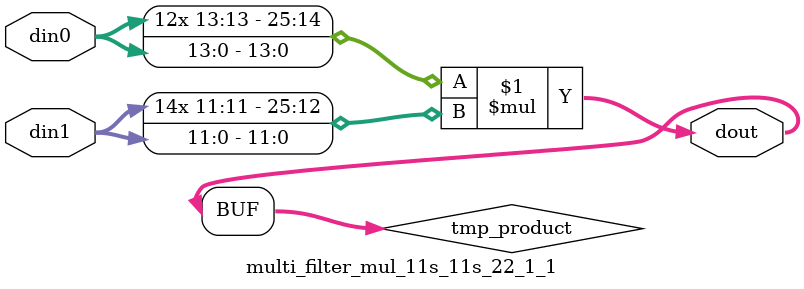
<source format=v>

`timescale 1 ns / 1 ps

 module multi_filter_mul_11s_11s_22_1_1(din0, din1, dout);
parameter ID = 1;
parameter NUM_STAGE = 0;
parameter din0_WIDTH = 14;
parameter din1_WIDTH = 12;
parameter dout_WIDTH = 26;

input [din0_WIDTH - 1 : 0] din0; 
input [din1_WIDTH - 1 : 0] din1; 
output [dout_WIDTH - 1 : 0] dout;

wire signed [dout_WIDTH - 1 : 0] tmp_product;



























assign tmp_product = $signed(din0) * $signed(din1);








assign dout = tmp_product;





















endmodule

</source>
